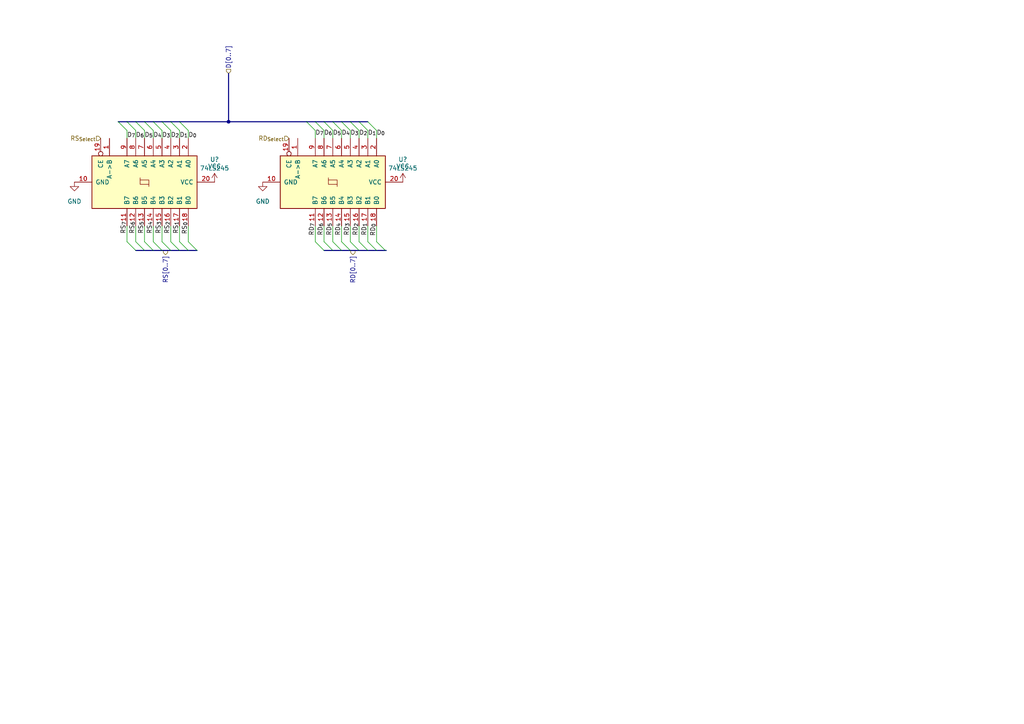
<source format=kicad_sch>
(kicad_sch (version 20211123) (generator eeschema)
  (paper "A4")
  (lib_symbols
    (symbol "74xx:74LS245" (pin_names (offset 1.016))
      (property "Reference" "U" (at -7.62 16.51 0))
      (property "Value" "74LS245" (at -7.62 -16.51 0))
      (symbol "74LS245_1_0"
        (polyline (pts (xy -0.635 -1.27) (xy -0.635 1.27) (xy 0.635 1.27)))
        (polyline (pts (xy -1.27 -1.27) (xy 0.635 -1.27) (xy 0.635 1.27) (xy 1.27 1.27)))
        (pin input line (at -12.7 -10.16 0) (length 5.08) (name "A->B") (number "1"))
        (pin power_in line (at 0 -20.32 90) (length 5.08) (name "GND") (number "10"))
        (pin tri_state line (at 12.7 -5.08 180) (length 5.08) (name "B7") (number "11"))
        (pin tri_state line (at 12.7 -2.54 180) (length 5.08) (name "B6") (number "12"))
        (pin tri_state line (at 12.7 0 180) (length 5.08) (name "B5") (number "13"))
        (pin tri_state line (at 12.7 2.54 180) (length 5.08) (name "B4") (number "14"))
        (pin tri_state line (at 12.7 5.08 180) (length 5.08) (name "B3") (number "15"))
        (pin tri_state line (at 12.7 7.62 180) (length 5.08) (name "B2") (number "16"))
        (pin tri_state line (at 12.7 10.16 180) (length 5.08) (name "B1") (number "17"))
        (pin tri_state line (at 12.7 12.7 180) (length 5.08) (name "B0") (number "18"))
        (pin input inverted (at -12.7 -12.7 0) (length 5.08) (name "CE") (number "19"))
        (pin tri_state line (at -12.7 12.7 0) (length 5.08) (name "A0") (number "2"))
        (pin power_in line (at 0 20.32 270) (length 5.08) (name "VCC") (number "20"))
        (pin tri_state line (at -12.7 10.16 0) (length 5.08) (name "A1") (number "3"))
        (pin tri_state line (at -12.7 7.62 0) (length 5.08) (name "A2") (number "4"))
        (pin tri_state line (at -12.7 5.08 0) (length 5.08) (name "A3") (number "5"))
        (pin tri_state line (at -12.7 2.54 0) (length 5.08) (name "A4") (number "6"))
        (pin tri_state line (at -12.7 0 0) (length 5.08) (name "A5") (number "7"))
        (pin tri_state line (at -12.7 -2.54 0) (length 5.08) (name "A6") (number "8"))
        (pin tri_state line (at -12.7 -5.08 0) (length 5.08) (name "A7") (number "9"))
      )
      (symbol "74LS245_1_1"
        (rectangle (start -7.62 15.24) (end 7.62 -15.24) (stroke (width 0.254)) (fill (type background)))
      )
    )
    (symbol "power:GND" (power) (pin_names (offset 0))
      (property "Value" "GND" (at 0 -3.81 0))
      (symbol "GND_0_1"
        (polyline (pts (xy 0 0) (xy 0 -1.27) (xy 1.27 -1.27) (xy 0 -2.54) (xy -1.27 -1.27) (xy 0 -1.27)))
      )
      (symbol "GND_1_1"
        (pin power_in line (at 0 0 270) (length 0) hide (name "GND") (number "1"))
      )
    )
    (symbol "power:VCC" (power) (pin_names (offset 0))
      (property "Value" "VCC" (at 0 3.81 0))
      (symbol "VCC_0_1"
        (polyline (pts (xy -0.762 1.27) (xy 0 2.54)))
        (polyline (pts (xy 0 0) (xy 0 2.54)))
        (polyline (pts (xy 0 2.54) (xy 0.762 1.27)))
      )
      (symbol "VCC_1_1"
        (pin power_in line (at 0 0 90) (length 0) hide (name "VCC") (number "1"))
      )
    )
  )
  (junction (at 66.294 35.306))
  (bus_entry (at 101.6 37.846) (size -2.54 -2.54))
  (bus_entry (at 54.61 37.846) (size -2.54 -2.54))
  (bus_entry (at 52.07 70.104) (size 2.54 2.54))
  (bus_entry (at 106.68 37.846) (size -2.54 -2.54))
  (bus_entry (at 41.91 70.104) (size 2.54 2.54))
  (bus_entry (at 46.99 37.846) (size -2.54 -2.54))
  (bus_entry (at 96.52 37.846) (size -2.54 -2.54))
  (bus_entry (at 41.91 37.846) (size -2.54 -2.54))
  (bus_entry (at 91.44 70.104) (size 2.54 2.54))
  (bus_entry (at 93.98 70.104) (size 2.54 2.54))
  (bus_entry (at 44.45 37.846) (size -2.54 -2.54))
  (bus_entry (at 46.99 70.104) (size 2.54 2.54))
  (bus_entry (at 101.6 70.104) (size 2.54 2.54))
  (bus_entry (at 54.61 70.104) (size 2.54 2.54))
  (bus_entry (at 39.37 37.846) (size -2.54 -2.54))
  (bus_entry (at 99.06 70.104) (size 2.54 2.54))
  (bus_entry (at 49.53 70.104) (size 2.54 2.54))
  (bus_entry (at 93.98 37.846) (size -2.54 -2.54))
  (bus_entry (at 52.07 37.846) (size -2.54 -2.54))
  (bus_entry (at 44.45 70.104) (size 2.54 2.54))
  (bus_entry (at 109.22 37.846) (size -2.54 -2.54))
  (bus_entry (at 39.37 70.104) (size 2.54 2.54))
  (bus_entry (at 106.68 70.104) (size 2.54 2.54))
  (bus_entry (at 104.14 37.846) (size -2.54 -2.54))
  (bus_entry (at 91.44 37.846) (size -2.54 -2.54))
  (bus_entry (at 104.14 70.104) (size 2.54 2.54))
  (bus_entry (at 109.22 70.104) (size 2.54 2.54))
  (bus_entry (at 34.29 35.306) (size 2.54 2.54))
  (bus_entry (at 36.83 70.104) (size 2.54 2.54))
  (bus_entry (at 96.52 70.104) (size 2.54 2.54))
  (bus_entry (at 49.53 37.846) (size -2.54 -2.54))
  (bus_entry (at 99.06 37.846) (size -2.54 -2.54))
  (wire (pts (xy 106.68 65.532) (xy 106.68 70.104)))
  (bus (pts (xy 41.91 72.644) (xy 44.45 72.644)))
  (wire (pts (xy 99.06 65.532) (xy 99.06 70.104)))
  (wire (pts (xy 109.22 65.532) (xy 109.22 70.104)))
  (bus (pts (xy 101.6 35.306) (xy 104.14 35.306)))
  (wire (pts (xy 91.44 37.846) (xy 91.44 40.132)))
  (wire (pts (xy 46.99 65.532) (xy 46.99 70.104)))
  (wire (pts (xy 104.14 65.532) (xy 104.14 70.104)))
  (bus (pts (xy 49.53 72.644) (xy 52.07 72.644)))
  (wire (pts (xy 109.22 37.846) (xy 109.22 40.132)))
  (bus (pts (xy 52.07 35.306) (xy 66.294 35.306)))
  (bus (pts (xy 88.9 35.306) (xy 91.44 35.306)))
  (wire (pts (xy 46.99 37.846) (xy 46.99 40.132)))
  (bus (pts (xy 34.29 35.306) (xy 36.83 35.306)))
  (bus (pts (xy 93.98 35.306) (xy 96.52 35.306)))
  (bus (pts (xy 96.52 35.306) (xy 99.06 35.306)))
  (bus (pts (xy 104.14 35.306) (xy 106.68 35.306)))
  (bus (pts (xy 46.99 35.306) (xy 49.53 35.306)))
  (wire (pts (xy 36.83 65.532) (xy 36.83 70.104)))
  (wire (pts (xy 41.91 65.532) (xy 41.91 70.104)))
  (wire (pts (xy 44.45 37.846) (xy 44.45 40.132)))
  (bus (pts (xy 49.53 35.306) (xy 52.07 35.306)))
  (wire (pts (xy 49.53 37.846) (xy 49.53 40.132)))
  (wire (pts (xy 93.98 65.532) (xy 93.98 70.104)))
  (wire (pts (xy 96.52 65.532) (xy 96.52 70.104)))
  (wire (pts (xy 41.91 37.846) (xy 41.91 40.132)))
  (wire (pts (xy 44.45 65.532) (xy 44.45 70.104)))
  (bus (pts (xy 44.45 72.644) (xy 46.99 72.644)))
  (bus (pts (xy 46.99 72.644) (xy 49.53 72.644)))
  (wire (pts (xy 49.53 65.532) (xy 49.53 70.104)))
  (wire (pts (xy 93.98 37.846) (xy 93.98 40.132)))
  (bus (pts (xy 66.294 21.336) (xy 66.294 35.306)))
  (bus (pts (xy 106.68 72.644) (xy 109.22 72.644)))
  (wire (pts (xy 54.61 37.846) (xy 54.61 40.132)))
  (bus (pts (xy 109.22 72.644) (xy 111.76 72.644)))
  (bus (pts (xy 111.76 72.644) (xy 112.014 72.644)))
  (bus (pts (xy 54.61 72.644) (xy 57.15 72.644)))
  (wire (pts (xy 101.6 65.532) (xy 101.6 70.104)))
  (wire (pts (xy 104.14 37.846) (xy 104.14 40.132)))
  (bus (pts (xy 36.83 35.306) (xy 39.37 35.306)))
  (bus (pts (xy 39.37 72.644) (xy 41.91 72.644)))
  (wire (pts (xy 52.07 37.846) (xy 52.07 40.132)))
  (wire (pts (xy 54.61 65.532) (xy 54.61 70.104)))
  (bus (pts (xy 93.98 72.644) (xy 96.52 72.644)))
  (bus (pts (xy 66.294 35.306) (xy 88.9 35.306)))
  (bus (pts (xy 101.6 72.644) (xy 104.14 72.644)))
  (wire (pts (xy 106.68 37.846) (xy 106.68 40.132)))
  (bus (pts (xy 52.07 72.644) (xy 54.61 72.644)))
  (wire (pts (xy 91.44 65.532) (xy 91.44 70.104)))
  (bus (pts (xy 99.06 72.644) (xy 101.6 72.644)))
  (wire (pts (xy 52.07 65.532) (xy 52.07 70.104)))
  (bus (pts (xy 39.37 35.306) (xy 41.91 35.306)))
  (wire (pts (xy 36.83 37.846) (xy 36.83 40.132)))
  (wire (pts (xy 39.37 37.846) (xy 39.37 40.132)))
  (bus (pts (xy 91.44 35.306) (xy 93.98 35.306)))
  (bus (pts (xy 104.14 72.644) (xy 106.68 72.644)))
  (bus (pts (xy 41.91 35.306) (xy 44.45 35.306)))
  (wire (pts (xy 101.6 37.846) (xy 101.6 40.132)))
  (wire (pts (xy 99.06 37.846) (xy 99.06 40.132)))
  (bus (pts (xy 44.45 35.306) (xy 46.99 35.306)))
  (bus (pts (xy 99.06 35.306) (xy 101.6 35.306)))
  (bus (pts (xy 96.52 72.644) (xy 99.06 72.644)))
  (wire (pts (xy 96.52 37.846) (xy 96.52 40.132)))
  (wire (pts (xy 39.37 65.532) (xy 39.37 70.104)))
  (label "D_{4}" (at 44.45 40.132 0))
  (label "RD_{3}" (at 101.6 68.326 90))
  (label "D_{2}" (at 104.14 39.497 0))
  (label "D_{7}" (at 36.83 40.132 0))
  (label "RD_{5}" (at 96.52 68.326 90))
  (label "D_{3}" (at 101.6 39.497 0))
  (label "RD_{6}" (at 93.98 68.326 90))
  (label "RS_{5}" (at 41.91 67.818 90))
  (label "D_{0}" (at 54.61 40.132 0))
  (label "RS_{2}" (at 49.53 67.818 90))
  (label "D_{4}" (at 99.06 39.497 0))
  (label "D_{3}" (at 46.99 40.132 0))
  (label "D_{5}" (at 96.52 39.497 0))
  (label "RS_{7}" (at 36.83 67.818 90))
  (label "RS_{3}" (at 46.99 67.818 90))
  (label "D_{6}" (at 39.37 40.132 0))
  (label "D_{6}" (at 93.98 39.497 0))
  (label "RS_{6}" (at 39.37 67.818 90))
  (label "RD_{1}" (at 106.68 68.326 90))
  (label "D_{7}" (at 91.44 39.497 0))
  (label "D_{0}" (at 109.22 39.497 0))
  (label "RD_{7}" (at 91.44 68.326 90))
  (label "D_{1}" (at 106.68 39.497 0))
  (label "RS_{0}" (at 54.61 67.945 90))
  (label "RD_{0}" (at 109.22 68.453 90))
  (label "RS_{1}" (at 52.07 67.818 90))
  (label "D_{1}" (at 52.07 40.132 0))
  (label "RS_{4}" (at 44.45 67.818 90))
  (label "RD_{4}" (at 99.06 68.326 90))
  (label "D_{5}" (at 41.91 40.132 0))
  (label "D_{2}" (at 49.53 40.132 0))
  (label "RD_{2}" (at 104.14 68.326 90))
  (hierarchical_label "RS[0..7]" (shape output) (at 48.006 72.644 270))
  (hierarchical_label "D[0..7]" (shape input) (at 66.294 21.336 90))
  (hierarchical_label "RS_{Select}" (shape input) (at 29.21 40.132 180))
  (hierarchical_label "RD_{Select}" (shape input) (at 83.82 40.132 180))
  (hierarchical_label "RD[0..7]" (shape output) (at 102.362 72.644 270))
  (symbol (lib_id "74xx:74LS245") (at 96.52 52.832 270)
    (property "Reference" "U?" (at 116.84 46.2532 90))
    (property "Value" "74LS245" (at 116.84 48.7932 90))
    (property "Datasheet" "http://www.ti.com/lit/gpn/sn74LS245" (effects hide))
  )
  (symbol (lib_id "power:GND") (at 76.2 52.832 0)
    (property "Reference" "#PWR?" (effects hide))
    (property "Value" "GND" (at 76.2 58.42 0))
  )
  (symbol (lib_id "power:GND") (at 21.59 52.832 0)
    (property "Reference" "#PWR?" (effects hide))
    (property "Value" "GND" (at 21.59 58.42 0))
  )
  (symbol (lib_id "74xx:74LS245") (at 41.91 52.832 270)
    (property "Reference" "U?" (at 62.23 46.2532 90))
    (property "Value" "74LS245" (at 62.23 48.7932 90))
    (property "Datasheet" "http://www.ti.com/lit/gpn/sn74LS245" (effects hide))
  )
  (symbol (lib_id "power:VCC") (at 62.23 52.832 0)
    (property "Reference" "#PWR?" (effects hide))
    (property "Value" "VCC" (at 62.23 48.26 0))
  )
  (symbol (lib_id "power:VCC") (at 116.84 52.832 0)
    (property "Reference" "#PWR?" (effects hide))
    (property "Value" "VCC" (at 116.84 48.26 0))
  )
)
</source>
